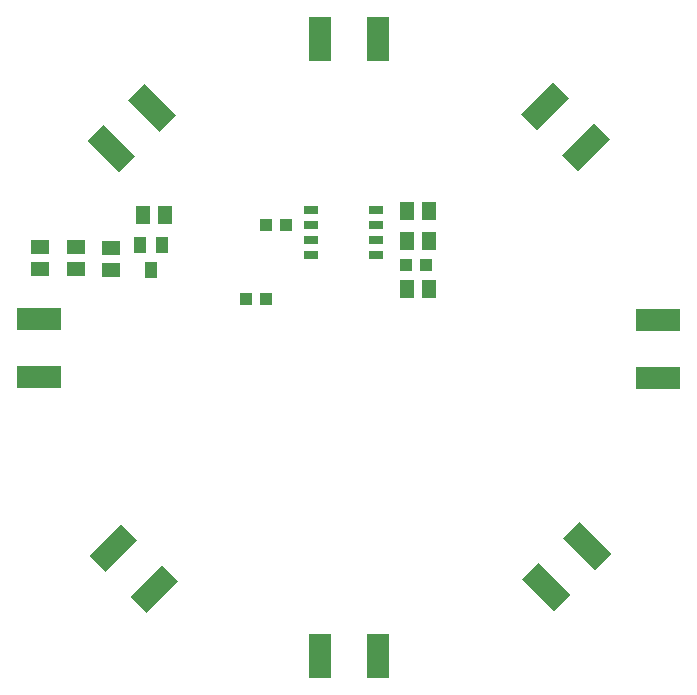
<source format=gbr>
G04 EAGLE Gerber RS-274X export*
G75*
%MOMM*%
%FSLAX34Y34*%
%LPD*%
%INSolderpaste Top*%
%IPPOS*%
%AMOC8*
5,1,8,0,0,1.08239X$1,22.5*%
G01*
%ADD10R,1.930400X3.810000*%
%ADD11R,3.810000X1.930400*%
%ADD12R,1.300000X1.500000*%
%ADD13R,1.500000X1.300000*%
%ADD14R,1.300000X0.700000*%
%ADD15R,1.000000X1.100000*%
%ADD16R,1.100000X1.000000*%
%ADD17R,1.000000X1.400000*%


D10*
X96765Y556736D03*
X145787Y556736D03*
D11*
G36*
X266614Y493059D02*
X293554Y519999D01*
X307204Y506349D01*
X280264Y479409D01*
X266614Y493059D01*
G37*
G36*
X301278Y458396D02*
X328218Y485336D01*
X341868Y471686D01*
X314928Y444746D01*
X301278Y458396D01*
G37*
X382884Y318460D03*
X382884Y269438D03*
G36*
X316125Y147561D02*
X343065Y120621D01*
X329415Y106971D01*
X302475Y133911D01*
X316125Y147561D01*
G37*
G36*
X281462Y112897D02*
X308402Y85957D01*
X294752Y72307D01*
X267812Y99247D01*
X281462Y112897D01*
G37*
D10*
X145218Y34449D03*
X96196Y34449D03*
D11*
G36*
X-23520Y97779D02*
X-50460Y70839D01*
X-64110Y84489D01*
X-37170Y111429D01*
X-23520Y97779D01*
G37*
G36*
X-58184Y132443D02*
X-85124Y105503D01*
X-98774Y119153D01*
X-71834Y146093D01*
X-58184Y132443D01*
G37*
X-141441Y270707D03*
X-141441Y319729D03*
G36*
X-74035Y443771D02*
X-100975Y470711D01*
X-87325Y484361D01*
X-60385Y457421D01*
X-74035Y443771D01*
G37*
G36*
X-39371Y478435D02*
X-66311Y505375D01*
X-52661Y519025D01*
X-25721Y492085D01*
X-39371Y478435D01*
G37*
D12*
X-34744Y407543D03*
X-53744Y407543D03*
D13*
X-80420Y361060D03*
X-80420Y380060D03*
X-110270Y380770D03*
X-110270Y361770D03*
X-140380Y380670D03*
X-140380Y361670D03*
D14*
X143900Y399050D03*
X143900Y411750D03*
X143900Y386350D03*
X143900Y373650D03*
X88900Y399050D03*
X88900Y411750D03*
X88900Y386350D03*
X88900Y373650D03*
D12*
X169914Y385728D03*
X188914Y385728D03*
X169700Y411300D03*
X188700Y411300D03*
D15*
X50470Y399520D03*
X67470Y399520D03*
D16*
X168910Y365500D03*
X185910Y365500D03*
X33600Y336800D03*
X50600Y336800D03*
D17*
X-46700Y360800D03*
X-56200Y382800D03*
X-37200Y382800D03*
D12*
X189000Y344760D03*
X170000Y344760D03*
M02*

</source>
